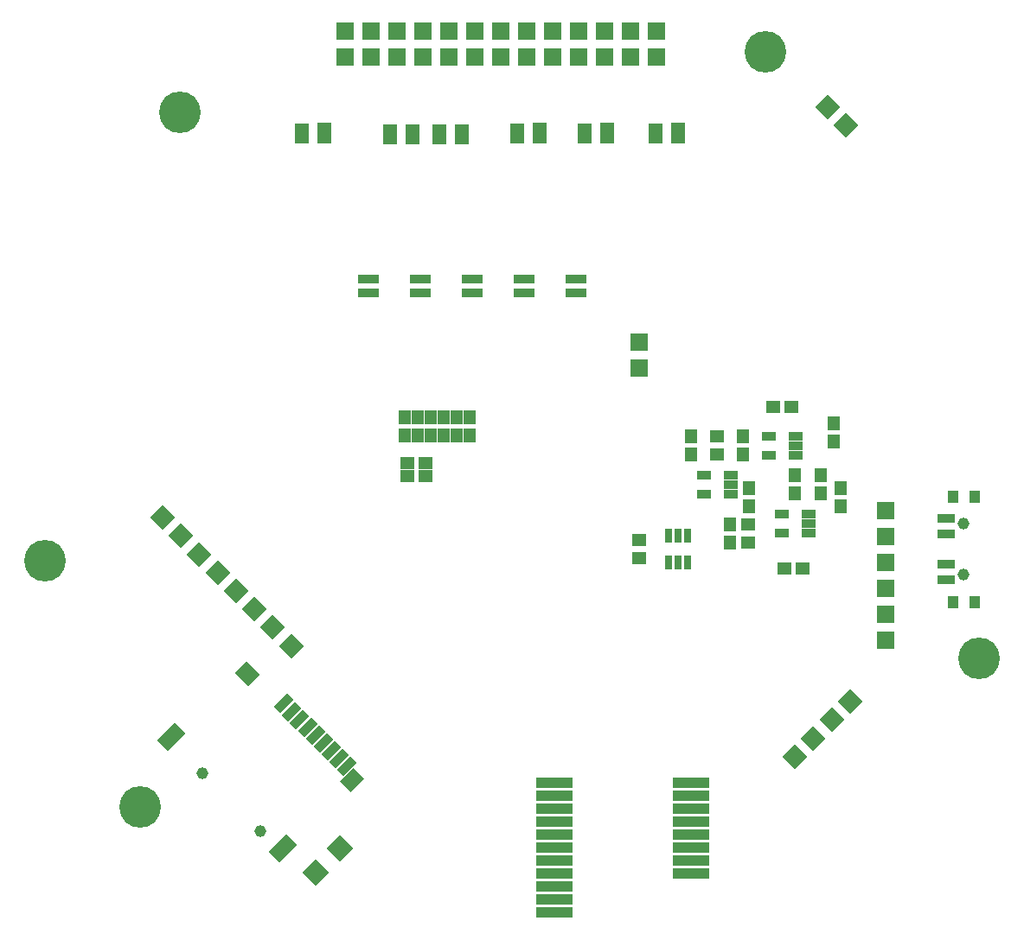
<source format=gbr>
%FSLAX35Y35*%
%MOIN*%
G04 EasyPC Gerber Version 18.0.8 Build 3632 *
%ADD135R,0.02000X0.03756*%
%ADD134R,0.03165X0.05724*%
%ADD143R,0.04200X0.04900*%
%ADD88R,0.04937X0.05291*%
%ADD92R,0.07000X0.07000*%
%ADD104C,0.04600*%
%ADD101R,0.05600X0.02800*%
%ADD133R,0.05724X0.03362*%
%ADD142R,0.06900X0.03800*%
%ADD136R,0.14200X0.04200*%
%AMT139*0 Rectangle Pad at angle 45*21,1,0.06500,0.07300,0,0,45*%
%ADD139T139*%
%ADD85C,0.16000*%
%ADD90R,0.05291X0.04937*%
%ADD91R,0.05330X0.04940*%
%AMT97*0 Rectangle Pad at angle 45*21,1,0.07000,0.07000,0,0,45*%
%ADD97T97*%
%AMT137*0 Rectangle Pad at angle 135*21,1,0.03700,0.07300,0,0,135*%
%ADD137T137*%
%AMT140*0 Rectangle Pad at angle 135*21,1,0.05700,0.07300,0,0,135*%
%ADD140T140*%
%AMT138*0 Rectangle Pad at angle 135*21,1,0.05700,0.09700,0,0,135*%
%ADD138T138*%
%AMT141*0 Rectangle Pad at angle 45*21,1,0.07300,0.07300,0,0,45*%
%ADD141T141*%
X0Y0D02*
D02*
D85*
X36741Y182991D03*
X73241Y87991D03*
X88741Y355991D03*
X314241Y379491D03*
X396741Y145491D03*
D02*
D88*
X175441Y231291D03*
Y238291D03*
X180441Y231291D03*
Y238291D03*
X185441Y231291D03*
Y238291D03*
X190441Y231291D03*
Y238291D03*
X195441Y231291D03*
Y238291D03*
X200441Y231291D03*
Y238291D03*
X285741Y223991D03*
Y230991D03*
X300538Y189952D03*
Y196952D03*
X305741Y223991D03*
Y230991D03*
X308151Y203991D03*
Y210991D03*
X325741Y208991D03*
Y215991D03*
X335741Y208991D03*
Y215991D03*
X340741Y228991D03*
Y235991D03*
X343241Y203991D03*
Y210991D03*
D02*
D90*
X176478Y215909D03*
Y220909D03*
X183478Y215909D03*
Y220909D03*
X317241Y242491D03*
X321741Y179991D03*
X324241Y242491D03*
X328741Y179991D03*
D02*
D91*
X265741Y183991D03*
Y190991D03*
X295741Y223991D03*
Y230991D03*
X307741Y189991D03*
Y196991D03*
D02*
D92*
X152241Y377491D03*
Y387491D03*
X162241Y377491D03*
Y387491D03*
X172241Y377491D03*
Y387491D03*
X182241Y377491D03*
Y387491D03*
X192241Y377491D03*
Y387491D03*
X202241Y377491D03*
Y387491D03*
X212241Y377491D03*
Y387491D03*
X222241Y377491D03*
Y387491D03*
X232241Y377491D03*
Y387491D03*
X242241Y377491D03*
Y387491D03*
X252241Y377491D03*
Y387491D03*
X262241Y377491D03*
Y387491D03*
X265741Y257491D03*
Y267491D03*
X272241Y377491D03*
Y387491D03*
X360741Y152491D03*
Y162491D03*
Y172491D03*
Y182491D03*
Y192491D03*
Y202491D03*
D02*
D97*
X82028Y199705D03*
X89099Y192633D03*
X96170Y185563D03*
X103241Y178491D03*
X110312Y171420D03*
X117383Y164349D03*
X124454Y157278D03*
X131526Y150207D03*
X325741Y107491D03*
X332813Y114563D03*
X338241Y357991D03*
X339883Y121633D03*
X345313Y350920D03*
X346955Y128705D03*
D02*
D101*
X135641Y345491D03*
Y347991D03*
Y350491D03*
X144241Y345491D03*
Y348050D03*
Y350609D03*
X169641Y344991D03*
Y347491D03*
Y349991D03*
X178241Y344991D03*
Y347550D03*
Y350109D03*
X188641Y344991D03*
Y347491D03*
Y349991D03*
X197241Y344991D03*
Y347550D03*
Y350109D03*
X218641Y345491D03*
Y347991D03*
Y350491D03*
X227241Y345491D03*
Y348050D03*
Y350609D03*
X244641Y345491D03*
Y347991D03*
Y350491D03*
X253241Y345491D03*
Y348050D03*
Y350609D03*
X272141Y345491D03*
Y347991D03*
Y350491D03*
X280741Y345491D03*
Y348050D03*
Y350609D03*
D02*
D104*
X97256Y100977D03*
X119530Y78703D03*
X390741Y177691D03*
Y197291D03*
D02*
D133*
X290600Y208751D03*
Y216231D03*
X300883Y208751D03*
Y212491D03*
Y216231D03*
X315600Y223751D03*
Y231231D03*
X320600Y193751D03*
Y201231D03*
X325883Y223751D03*
Y227491D03*
Y231231D03*
X330883Y193751D03*
Y197491D03*
Y201231D03*
D02*
D134*
X277001Y182373D03*
Y192609D03*
X280741Y182373D03*
Y192609D03*
X284481Y182373D03*
Y192609D03*
D02*
D135*
X158336Y286491D03*
Y291609D03*
X160304Y286491D03*
Y291609D03*
X162273Y286491D03*
Y291609D03*
X164241Y286491D03*
Y291609D03*
X178336Y286491D03*
Y291609D03*
X180304Y286491D03*
Y291609D03*
X182273Y286491D03*
Y291609D03*
X184241Y286491D03*
Y291609D03*
X198336Y286491D03*
Y291609D03*
X200304Y286491D03*
Y291609D03*
X202273Y286491D03*
Y291609D03*
X204241Y286491D03*
Y291609D03*
X218336Y286491D03*
Y291609D03*
X220304Y286491D03*
Y291609D03*
X222273Y286491D03*
Y291609D03*
X224241Y286491D03*
Y291609D03*
X238336Y286491D03*
Y291609D03*
X240304Y286491D03*
Y291609D03*
X242273Y286491D03*
Y291609D03*
X244241Y286491D03*
Y291609D03*
D02*
D136*
X232941Y47491D03*
Y52491D03*
Y57491D03*
Y62491D03*
Y67491D03*
Y72491D03*
Y77491D03*
Y82491D03*
Y87491D03*
Y92491D03*
Y97491D03*
X285741Y62491D03*
Y67491D03*
Y72491D03*
Y77491D03*
Y82491D03*
Y87491D03*
Y92491D03*
Y97491D03*
D02*
D137*
X128722Y127917D03*
X131763Y124877D03*
X134804Y121836D03*
X137844Y118796D03*
X140885Y115755D03*
X143925Y112715D03*
X146966Y109674D03*
X150006Y106633D03*
X153047Y103593D03*
D02*
D138*
X85306Y115189D03*
X128439Y72056D03*
D02*
D139*
X114509Y139443D03*
D02*
D140*
X154885Y98502D03*
D02*
D141*
X141004Y62754D03*
X150479Y72229D03*
D02*
D142*
X383841Y175691D03*
Y181591D03*
Y193391D03*
Y199291D03*
D02*
D143*
X386541Y167191D03*
Y207791D03*
X394941Y167191D03*
Y207791D03*
X0Y0D02*
M02*

</source>
